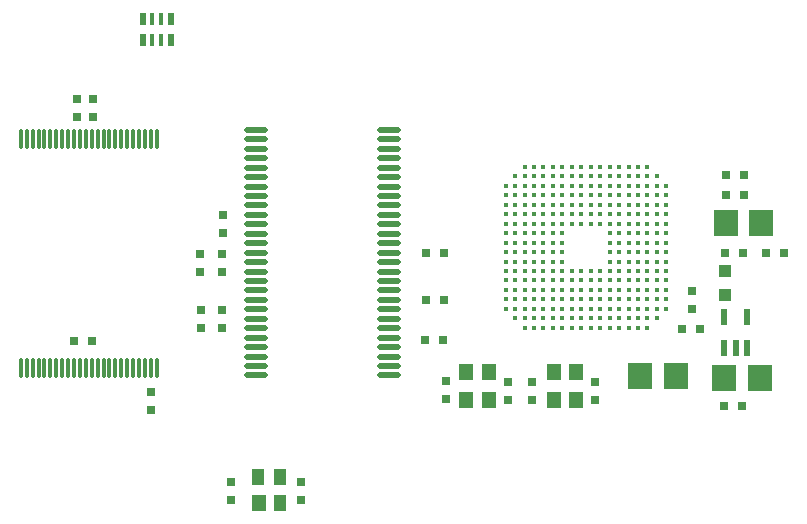
<source format=gtp>
G04*
G04 #@! TF.GenerationSoftware,Altium Limited,Altium Designer,20.0.2 (26)*
G04*
G04 Layer_Color=8421504*
%FSLAX24Y24*%
%MOIN*%
G70*
G01*
G75*
%ADD18R,0.0315X0.0299*%
%ADD19C,0.0157*%
%ADD20R,0.0299X0.0315*%
%ADD21R,0.0787X0.0866*%
%ADD22R,0.0394X0.0394*%
%ADD23R,0.0236X0.0551*%
%ADD24R,0.0472X0.0551*%
%ADD25O,0.0787X0.0197*%
%ADD26R,0.0197X0.0433*%
%ADD27R,0.0157X0.0433*%
%ADD28O,0.0110X0.0709*%
%ADD29R,0.0394X0.0551*%
D18*
X8575Y10781D02*
D03*
Y11379D02*
D03*
X7830Y10781D02*
D03*
Y11379D02*
D03*
X24220Y9561D02*
D03*
Y10159D02*
D03*
X4260Y15951D02*
D03*
Y16549D02*
D03*
X3720Y15951D02*
D03*
Y16549D02*
D03*
X8850Y3779D02*
D03*
Y3181D02*
D03*
X7860Y8931D02*
D03*
Y9529D02*
D03*
X8560Y8931D02*
D03*
Y9529D02*
D03*
X16010Y7138D02*
D03*
Y6540D02*
D03*
X18080Y6521D02*
D03*
Y7119D02*
D03*
X18900Y6521D02*
D03*
Y7119D02*
D03*
X20990Y6521D02*
D03*
Y7119D02*
D03*
X11180Y3201D02*
D03*
Y3799D02*
D03*
X6190Y6799D02*
D03*
Y6201D02*
D03*
X8580Y12689D02*
D03*
Y12091D02*
D03*
D19*
X22739Y14284D02*
D03*
X22424D02*
D03*
X22109D02*
D03*
X21794D02*
D03*
X21479D02*
D03*
X21164D02*
D03*
X20850D02*
D03*
X20535D02*
D03*
X20220D02*
D03*
X19905D02*
D03*
X19590D02*
D03*
X19275D02*
D03*
X18960D02*
D03*
X18645D02*
D03*
X23054Y13970D02*
D03*
X22739D02*
D03*
X22424D02*
D03*
X22109D02*
D03*
X21794D02*
D03*
X21479D02*
D03*
X21164D02*
D03*
X20850D02*
D03*
X20535D02*
D03*
X20220D02*
D03*
X19905D02*
D03*
X19590D02*
D03*
X19275D02*
D03*
X18960D02*
D03*
X18645D02*
D03*
X18330D02*
D03*
X23369Y13655D02*
D03*
X23054D02*
D03*
X22739D02*
D03*
X22424D02*
D03*
X22109D02*
D03*
X21794D02*
D03*
X21479D02*
D03*
X21164D02*
D03*
X20850D02*
D03*
X20535D02*
D03*
X20220D02*
D03*
X19905D02*
D03*
X19590D02*
D03*
X19275D02*
D03*
X18960D02*
D03*
X18645D02*
D03*
X18330D02*
D03*
X18015D02*
D03*
X23369Y13340D02*
D03*
X23054D02*
D03*
X22739D02*
D03*
X22424D02*
D03*
X22109D02*
D03*
X21794D02*
D03*
X21479D02*
D03*
X21164D02*
D03*
X20850D02*
D03*
X20535D02*
D03*
X20220D02*
D03*
X19905D02*
D03*
X19590D02*
D03*
X19275D02*
D03*
X18960D02*
D03*
X18645D02*
D03*
X18330D02*
D03*
X18015D02*
D03*
X23369Y13025D02*
D03*
X23054D02*
D03*
X22739D02*
D03*
X22424D02*
D03*
X22109D02*
D03*
X21794D02*
D03*
X21479D02*
D03*
X21164D02*
D03*
X20850D02*
D03*
X20535D02*
D03*
X20220D02*
D03*
X19905D02*
D03*
X19590D02*
D03*
X19275D02*
D03*
X18960D02*
D03*
X18645D02*
D03*
X18330D02*
D03*
X18015D02*
D03*
X23369Y12710D02*
D03*
X23054D02*
D03*
X22739D02*
D03*
X22424D02*
D03*
X22109D02*
D03*
X21794D02*
D03*
X21479D02*
D03*
X21164D02*
D03*
X20850D02*
D03*
X20535D02*
D03*
X20220D02*
D03*
X19905D02*
D03*
X19590D02*
D03*
X19275D02*
D03*
X18960D02*
D03*
X18645D02*
D03*
X18330D02*
D03*
X18015D02*
D03*
X23369Y12395D02*
D03*
X23054D02*
D03*
X22739D02*
D03*
X22424D02*
D03*
X22109D02*
D03*
X21794D02*
D03*
X21479D02*
D03*
X21164D02*
D03*
X20850D02*
D03*
X20535D02*
D03*
X20220D02*
D03*
X19905D02*
D03*
X19590D02*
D03*
X19275D02*
D03*
X18960D02*
D03*
X18645D02*
D03*
X18330D02*
D03*
X18015D02*
D03*
X23369Y12080D02*
D03*
X23054D02*
D03*
X22739D02*
D03*
X22424D02*
D03*
X22109D02*
D03*
X21794D02*
D03*
X21479D02*
D03*
X19905D02*
D03*
X19590D02*
D03*
X19275D02*
D03*
X18960D02*
D03*
X18645D02*
D03*
X18330D02*
D03*
X18015D02*
D03*
X23369Y11765D02*
D03*
X23054D02*
D03*
X22739D02*
D03*
X22424D02*
D03*
X22109D02*
D03*
X21794D02*
D03*
X21479D02*
D03*
X19905D02*
D03*
X19590D02*
D03*
X19275D02*
D03*
X18960D02*
D03*
X18645D02*
D03*
X18330D02*
D03*
X18015D02*
D03*
X23369Y11450D02*
D03*
X23054D02*
D03*
X22739D02*
D03*
X22424D02*
D03*
X22109D02*
D03*
X21794D02*
D03*
X21479D02*
D03*
X19905D02*
D03*
X19590D02*
D03*
X19275D02*
D03*
X18960D02*
D03*
X18645D02*
D03*
X18330D02*
D03*
X18015D02*
D03*
X23369Y11135D02*
D03*
X23054D02*
D03*
X22739D02*
D03*
X22424D02*
D03*
X22109D02*
D03*
X21794D02*
D03*
X21479D02*
D03*
X19905D02*
D03*
X19590D02*
D03*
X19275D02*
D03*
X18960D02*
D03*
X18645D02*
D03*
X18330D02*
D03*
X18015D02*
D03*
X23369Y10820D02*
D03*
X23054D02*
D03*
X22739D02*
D03*
X22424D02*
D03*
X22109D02*
D03*
X21794D02*
D03*
X21479D02*
D03*
X21164D02*
D03*
X20850D02*
D03*
X20535D02*
D03*
X20220D02*
D03*
X19905D02*
D03*
X19590D02*
D03*
X19275D02*
D03*
X18960D02*
D03*
X18645D02*
D03*
X18330D02*
D03*
X18015D02*
D03*
X23369Y10505D02*
D03*
X23054D02*
D03*
X22739D02*
D03*
X22424D02*
D03*
X22109D02*
D03*
X21794D02*
D03*
X21479D02*
D03*
X21164D02*
D03*
X20850D02*
D03*
X20535D02*
D03*
X20220D02*
D03*
X19905D02*
D03*
X19590D02*
D03*
X19275D02*
D03*
X18960D02*
D03*
X18645D02*
D03*
X18330D02*
D03*
X18015D02*
D03*
X23369Y10190D02*
D03*
X23054D02*
D03*
X22739D02*
D03*
X22424D02*
D03*
X22109D02*
D03*
X21794D02*
D03*
X21479D02*
D03*
X21164D02*
D03*
X20850D02*
D03*
X20535D02*
D03*
X20220D02*
D03*
X19905D02*
D03*
X19590D02*
D03*
X19275D02*
D03*
X18960D02*
D03*
X18645D02*
D03*
X18330D02*
D03*
X18015D02*
D03*
X23369Y9875D02*
D03*
X23054D02*
D03*
X22739D02*
D03*
X22424D02*
D03*
X22109D02*
D03*
X21794D02*
D03*
X21479D02*
D03*
X21164D02*
D03*
X20850D02*
D03*
X20535D02*
D03*
X20220D02*
D03*
X19905D02*
D03*
X19590D02*
D03*
X19275D02*
D03*
X18960D02*
D03*
X18645D02*
D03*
X18330D02*
D03*
X18015D02*
D03*
X23369Y9560D02*
D03*
X23054D02*
D03*
X22739D02*
D03*
X22424D02*
D03*
X22109D02*
D03*
X21794D02*
D03*
X21479D02*
D03*
X21164D02*
D03*
X20850D02*
D03*
X20535D02*
D03*
X20220D02*
D03*
X19905D02*
D03*
X19590D02*
D03*
X19275D02*
D03*
X18960D02*
D03*
X18645D02*
D03*
X18330D02*
D03*
X18015D02*
D03*
X23054Y9245D02*
D03*
X22739D02*
D03*
X22424D02*
D03*
X22109D02*
D03*
X21794D02*
D03*
X21479D02*
D03*
X21164D02*
D03*
X20850D02*
D03*
X20535D02*
D03*
X20220D02*
D03*
X19905D02*
D03*
X19590D02*
D03*
X19275D02*
D03*
X18960D02*
D03*
X18645D02*
D03*
X18330D02*
D03*
X22739Y8930D02*
D03*
X22424D02*
D03*
X22109D02*
D03*
X21794D02*
D03*
X21479D02*
D03*
X21164D02*
D03*
X20850D02*
D03*
X20535D02*
D03*
X20220D02*
D03*
X19905D02*
D03*
X19590D02*
D03*
X19275D02*
D03*
X18960D02*
D03*
X18645D02*
D03*
D20*
X25350Y14010D02*
D03*
X25948D02*
D03*
X25350Y13360D02*
D03*
X25948D02*
D03*
X25909Y11420D02*
D03*
X25311D02*
D03*
X27289Y11410D02*
D03*
X26691D02*
D03*
X23891Y8890D02*
D03*
X24489D02*
D03*
X25301Y6330D02*
D03*
X25899D02*
D03*
X4209Y8480D02*
D03*
X3611D02*
D03*
X15351Y11430D02*
D03*
X15949D02*
D03*
X15351Y9850D02*
D03*
X15949D02*
D03*
X15331Y8520D02*
D03*
X15929D02*
D03*
D21*
X25350Y12410D02*
D03*
X26531D02*
D03*
X25300Y7240D02*
D03*
X26481D02*
D03*
X22499Y7330D02*
D03*
X23681D02*
D03*
D22*
X25310Y10016D02*
D03*
Y10804D02*
D03*
D23*
X25306Y8268D02*
D03*
X25680D02*
D03*
X26054D02*
D03*
Y9292D02*
D03*
X25306D02*
D03*
D24*
X17444Y7462D02*
D03*
Y6518D02*
D03*
X16696D02*
D03*
Y7462D02*
D03*
X20364D02*
D03*
Y6518D02*
D03*
X19616D02*
D03*
Y7462D02*
D03*
X9785Y3077D02*
D03*
D25*
X9705Y7336D02*
D03*
Y7650D02*
D03*
Y7965D02*
D03*
Y8280D02*
D03*
Y8595D02*
D03*
Y8910D02*
D03*
Y9225D02*
D03*
Y9540D02*
D03*
Y9855D02*
D03*
Y10170D02*
D03*
Y10485D02*
D03*
Y10800D02*
D03*
Y11115D02*
D03*
Y11430D02*
D03*
Y11745D02*
D03*
Y12060D02*
D03*
Y12375D02*
D03*
Y12690D02*
D03*
Y13005D02*
D03*
Y13320D02*
D03*
Y13635D02*
D03*
Y13950D02*
D03*
Y14265D02*
D03*
Y14580D02*
D03*
Y14895D02*
D03*
Y15210D02*
D03*
Y15524D02*
D03*
X14115D02*
D03*
Y15210D02*
D03*
Y14895D02*
D03*
Y14580D02*
D03*
Y14265D02*
D03*
Y13950D02*
D03*
Y13635D02*
D03*
Y13320D02*
D03*
Y13005D02*
D03*
Y12690D02*
D03*
Y12375D02*
D03*
Y12060D02*
D03*
Y11745D02*
D03*
Y11430D02*
D03*
Y11115D02*
D03*
Y10800D02*
D03*
Y10485D02*
D03*
Y10170D02*
D03*
Y9855D02*
D03*
Y9540D02*
D03*
Y9225D02*
D03*
Y8910D02*
D03*
Y8595D02*
D03*
Y8280D02*
D03*
Y7965D02*
D03*
Y7650D02*
D03*
Y7336D02*
D03*
D26*
X6855Y18511D02*
D03*
X5910D02*
D03*
Y19220D02*
D03*
X6855D02*
D03*
D27*
X6225Y18511D02*
D03*
Y19220D02*
D03*
X6540D02*
D03*
Y18511D02*
D03*
D28*
X6382Y7590D02*
D03*
X6185D02*
D03*
X5989D02*
D03*
X5792D02*
D03*
X5595D02*
D03*
X5398D02*
D03*
X5201D02*
D03*
X5004D02*
D03*
X4807D02*
D03*
X4611D02*
D03*
X4414D02*
D03*
X4217D02*
D03*
X4020D02*
D03*
X3823D02*
D03*
X3626D02*
D03*
X3429D02*
D03*
X3233D02*
D03*
X3036D02*
D03*
X2839D02*
D03*
X2642D02*
D03*
X2445D02*
D03*
X2248D02*
D03*
X2051D02*
D03*
X1855D02*
D03*
Y15228D02*
D03*
X2051D02*
D03*
X2248D02*
D03*
X2445Y15228D02*
D03*
X2642Y15228D02*
D03*
X2839D02*
D03*
X3036D02*
D03*
X3233D02*
D03*
X3429D02*
D03*
X3626D02*
D03*
X3823D02*
D03*
X4020D02*
D03*
X4217D02*
D03*
X4414D02*
D03*
X4611D02*
D03*
X4807D02*
D03*
X5004D02*
D03*
X5201D02*
D03*
X5398D02*
D03*
X5595D02*
D03*
X5792Y15228D02*
D03*
X5989Y15228D02*
D03*
X6185D02*
D03*
X6382D02*
D03*
D29*
X10494Y3077D02*
D03*
Y3943D02*
D03*
X9746D02*
D03*
M02*

</source>
